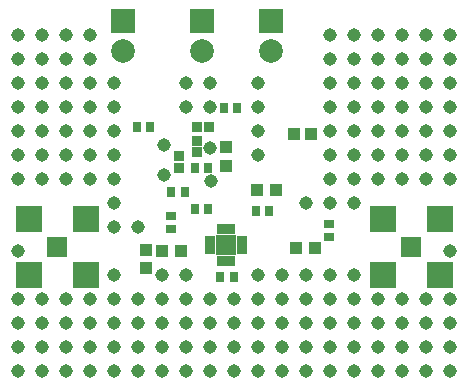
<source format=gts>
G04 Layer_Color=8388736*
%FSLAX23Y23*%
%MOIN*%
G70*
G01*
G75*
%ADD37R,0.070X0.070*%
%ADD38R,0.085X0.085*%
%ADD39R,0.030X0.032*%
%ADD40R,0.032X0.030*%
%ADD41R,0.039X0.041*%
%ADD42R,0.032X0.032*%
%ADD43R,0.032X0.032*%
%ADD44R,0.039X0.039*%
%ADD45R,0.039X0.039*%
%ADD46R,0.071X0.071*%
%ADD47R,0.020X0.036*%
%ADD48R,0.036X0.020*%
%ADD49R,0.079X0.079*%
%ADD50C,0.079*%
%ADD51C,0.022*%
%ADD52C,0.045*%
D37*
X1652Y2013D02*
D03*
X2832D02*
D03*
D38*
X1558Y1919D02*
D03*
Y2107D02*
D03*
X1746D02*
D03*
Y1919D02*
D03*
X2738D02*
D03*
Y2107D02*
D03*
X2926D02*
D03*
Y1919D02*
D03*
D39*
X2110Y2277D02*
D03*
X2154D02*
D03*
X2153Y2141D02*
D03*
X2109D02*
D03*
X2076Y2198D02*
D03*
X2032D02*
D03*
X1917Y2413D02*
D03*
X1961D02*
D03*
X2208Y2477D02*
D03*
X2252D02*
D03*
X2239Y1913D02*
D03*
X2195D02*
D03*
X2358Y2135D02*
D03*
X2314D02*
D03*
D40*
X2031Y2116D02*
D03*
Y2072D02*
D03*
X2557Y2046D02*
D03*
Y2089D02*
D03*
D41*
X2497Y2390D02*
D03*
X2441D02*
D03*
D42*
X2156Y2413D02*
D03*
X2116D02*
D03*
D43*
X2057Y2317D02*
D03*
Y2278D02*
D03*
X2116Y2329D02*
D03*
Y2368D02*
D03*
D44*
X1946Y2004D02*
D03*
Y1942D02*
D03*
X2214Y2347D02*
D03*
Y2284D02*
D03*
D45*
X2001Y2000D02*
D03*
X2064D02*
D03*
X2317Y2203D02*
D03*
X2380D02*
D03*
X2510Y2009D02*
D03*
X2447D02*
D03*
D46*
X2214Y2020D02*
D03*
D47*
X2194Y2074D02*
D03*
X2214D02*
D03*
X2234D02*
D03*
Y1966D02*
D03*
X2214D02*
D03*
X2194D02*
D03*
D48*
X2268Y2039D02*
D03*
Y2020D02*
D03*
Y2000D02*
D03*
X2160D02*
D03*
Y2020D02*
D03*
Y2039D02*
D03*
D49*
X2135Y2768D02*
D03*
X1872D02*
D03*
X2363D02*
D03*
D50*
X2135Y2668D02*
D03*
X1872D02*
D03*
X2363D02*
D03*
D51*
X2234Y2040D02*
D03*
X2214D02*
D03*
X2194D02*
D03*
Y2000D02*
D03*
X2214D02*
D03*
X2234D02*
D03*
Y2020D02*
D03*
X2194D02*
D03*
X2214D02*
D03*
D52*
X2163Y2232D02*
D03*
X2162Y2345D02*
D03*
X2008Y2354D02*
D03*
Y2254D02*
D03*
X1520Y1600D02*
D03*
Y1680D02*
D03*
Y1760D02*
D03*
Y1840D02*
D03*
Y2000D02*
D03*
Y2240D02*
D03*
Y2320D02*
D03*
Y2400D02*
D03*
Y2480D02*
D03*
Y2560D02*
D03*
Y2640D02*
D03*
Y2720D02*
D03*
X1600Y1600D02*
D03*
Y1680D02*
D03*
Y1760D02*
D03*
Y1840D02*
D03*
Y2240D02*
D03*
Y2320D02*
D03*
Y2400D02*
D03*
Y2480D02*
D03*
Y2560D02*
D03*
Y2640D02*
D03*
Y2720D02*
D03*
X1680Y1600D02*
D03*
Y1680D02*
D03*
Y1760D02*
D03*
Y1840D02*
D03*
Y2240D02*
D03*
Y2320D02*
D03*
Y2400D02*
D03*
Y2480D02*
D03*
Y2560D02*
D03*
Y2640D02*
D03*
Y2720D02*
D03*
X1760Y1600D02*
D03*
Y1680D02*
D03*
Y1760D02*
D03*
Y1840D02*
D03*
Y2240D02*
D03*
Y2320D02*
D03*
Y2400D02*
D03*
Y2480D02*
D03*
Y2560D02*
D03*
Y2640D02*
D03*
Y2720D02*
D03*
X1840Y1600D02*
D03*
Y1680D02*
D03*
Y1760D02*
D03*
Y1840D02*
D03*
Y1920D02*
D03*
Y2080D02*
D03*
Y2160D02*
D03*
Y2240D02*
D03*
Y2320D02*
D03*
Y2400D02*
D03*
Y2480D02*
D03*
Y2560D02*
D03*
X1920Y1600D02*
D03*
Y1680D02*
D03*
Y1760D02*
D03*
Y1840D02*
D03*
Y2080D02*
D03*
X2000Y1600D02*
D03*
Y1680D02*
D03*
Y1760D02*
D03*
Y1840D02*
D03*
Y1920D02*
D03*
X2080Y1600D02*
D03*
Y1680D02*
D03*
Y1760D02*
D03*
Y1840D02*
D03*
Y1920D02*
D03*
Y2480D02*
D03*
Y2560D02*
D03*
X2160Y1600D02*
D03*
Y1680D02*
D03*
Y1760D02*
D03*
Y1840D02*
D03*
Y2480D02*
D03*
Y2560D02*
D03*
X2240Y1600D02*
D03*
Y1680D02*
D03*
Y1760D02*
D03*
Y1840D02*
D03*
X2320Y1600D02*
D03*
Y1680D02*
D03*
Y1760D02*
D03*
Y1840D02*
D03*
Y1920D02*
D03*
Y2320D02*
D03*
Y2400D02*
D03*
Y2480D02*
D03*
Y2560D02*
D03*
X2400Y1600D02*
D03*
Y1680D02*
D03*
Y1760D02*
D03*
Y1840D02*
D03*
Y1920D02*
D03*
X2480Y1600D02*
D03*
Y1680D02*
D03*
Y1760D02*
D03*
Y1840D02*
D03*
Y1920D02*
D03*
Y2160D02*
D03*
X2560Y1600D02*
D03*
Y1680D02*
D03*
Y1760D02*
D03*
Y1840D02*
D03*
Y1920D02*
D03*
Y2160D02*
D03*
Y2240D02*
D03*
Y2320D02*
D03*
Y2400D02*
D03*
Y2480D02*
D03*
Y2560D02*
D03*
Y2640D02*
D03*
Y2720D02*
D03*
X2640Y1600D02*
D03*
Y1680D02*
D03*
Y1760D02*
D03*
Y1840D02*
D03*
Y1920D02*
D03*
Y2160D02*
D03*
Y2240D02*
D03*
Y2320D02*
D03*
Y2400D02*
D03*
Y2480D02*
D03*
Y2560D02*
D03*
Y2640D02*
D03*
Y2720D02*
D03*
X2720Y1600D02*
D03*
Y1680D02*
D03*
Y1760D02*
D03*
Y1840D02*
D03*
Y2240D02*
D03*
Y2320D02*
D03*
Y2400D02*
D03*
Y2480D02*
D03*
Y2560D02*
D03*
Y2640D02*
D03*
Y2720D02*
D03*
X2800Y1600D02*
D03*
Y1680D02*
D03*
Y1760D02*
D03*
Y1840D02*
D03*
Y2240D02*
D03*
Y2320D02*
D03*
Y2400D02*
D03*
Y2480D02*
D03*
Y2560D02*
D03*
Y2640D02*
D03*
Y2720D02*
D03*
X2880Y1600D02*
D03*
Y1680D02*
D03*
Y1760D02*
D03*
Y1840D02*
D03*
Y2240D02*
D03*
Y2320D02*
D03*
Y2400D02*
D03*
Y2480D02*
D03*
Y2560D02*
D03*
Y2640D02*
D03*
Y2720D02*
D03*
X2960Y1600D02*
D03*
Y1680D02*
D03*
Y1760D02*
D03*
Y1840D02*
D03*
Y2000D02*
D03*
Y2240D02*
D03*
Y2320D02*
D03*
Y2400D02*
D03*
Y2480D02*
D03*
Y2560D02*
D03*
Y2640D02*
D03*
Y2720D02*
D03*
M02*

</source>
